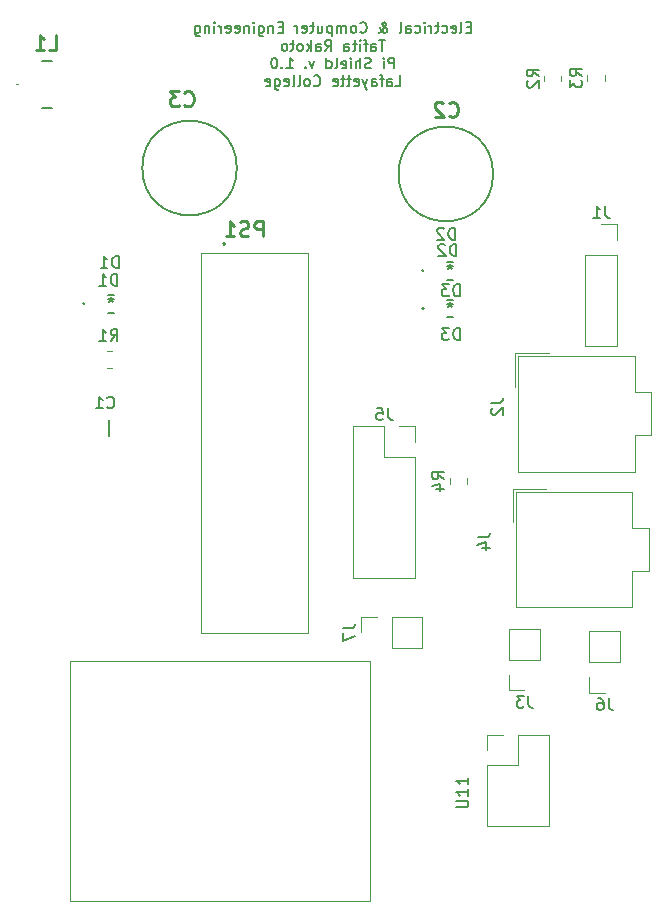
<source format=gbr>
%TF.GenerationSoftware,KiCad,Pcbnew,(5.1.10)-1*%
%TF.CreationDate,2022-03-11T11:42:31-05:00*%
%TF.ProjectId,PiShield,50695368-6965-46c6-942e-6b696361645f,rev?*%
%TF.SameCoordinates,Original*%
%TF.FileFunction,Legend,Bot*%
%TF.FilePolarity,Positive*%
%FSLAX46Y46*%
G04 Gerber Fmt 4.6, Leading zero omitted, Abs format (unit mm)*
G04 Created by KiCad (PCBNEW (5.1.10)-1) date 2022-03-11 11:42:31*
%MOMM*%
%LPD*%
G01*
G04 APERTURE LIST*
%ADD10C,0.150000*%
%ADD11C,0.120000*%
%ADD12C,0.100000*%
%ADD13C,0.200000*%
%ADD14C,0.152400*%
%ADD15C,0.254000*%
G04 APERTURE END LIST*
D10*
X211978571Y-40485714D02*
X211678571Y-40485714D01*
X211550000Y-40957142D02*
X211978571Y-40957142D01*
X211978571Y-40057142D01*
X211550000Y-40057142D01*
X211035714Y-40957142D02*
X211121428Y-40914285D01*
X211164285Y-40828571D01*
X211164285Y-40057142D01*
X210350000Y-40914285D02*
X210435714Y-40957142D01*
X210607142Y-40957142D01*
X210692857Y-40914285D01*
X210735714Y-40828571D01*
X210735714Y-40485714D01*
X210692857Y-40400000D01*
X210607142Y-40357142D01*
X210435714Y-40357142D01*
X210350000Y-40400000D01*
X210307142Y-40485714D01*
X210307142Y-40571428D01*
X210735714Y-40657142D01*
X209535714Y-40914285D02*
X209621428Y-40957142D01*
X209792857Y-40957142D01*
X209878571Y-40914285D01*
X209921428Y-40871428D01*
X209964285Y-40785714D01*
X209964285Y-40528571D01*
X209921428Y-40442857D01*
X209878571Y-40400000D01*
X209792857Y-40357142D01*
X209621428Y-40357142D01*
X209535714Y-40400000D01*
X209278571Y-40357142D02*
X208935714Y-40357142D01*
X209150000Y-40057142D02*
X209150000Y-40828571D01*
X209107142Y-40914285D01*
X209021428Y-40957142D01*
X208935714Y-40957142D01*
X208635714Y-40957142D02*
X208635714Y-40357142D01*
X208635714Y-40528571D02*
X208592857Y-40442857D01*
X208550000Y-40400000D01*
X208464285Y-40357142D01*
X208378571Y-40357142D01*
X208078571Y-40957142D02*
X208078571Y-40357142D01*
X208078571Y-40057142D02*
X208121428Y-40100000D01*
X208078571Y-40142857D01*
X208035714Y-40100000D01*
X208078571Y-40057142D01*
X208078571Y-40142857D01*
X207264285Y-40914285D02*
X207350000Y-40957142D01*
X207521428Y-40957142D01*
X207607142Y-40914285D01*
X207650000Y-40871428D01*
X207692857Y-40785714D01*
X207692857Y-40528571D01*
X207650000Y-40442857D01*
X207607142Y-40400000D01*
X207521428Y-40357142D01*
X207350000Y-40357142D01*
X207264285Y-40400000D01*
X206492857Y-40957142D02*
X206492857Y-40485714D01*
X206535714Y-40400000D01*
X206621428Y-40357142D01*
X206792857Y-40357142D01*
X206878571Y-40400000D01*
X206492857Y-40914285D02*
X206578571Y-40957142D01*
X206792857Y-40957142D01*
X206878571Y-40914285D01*
X206921428Y-40828571D01*
X206921428Y-40742857D01*
X206878571Y-40657142D01*
X206792857Y-40614285D01*
X206578571Y-40614285D01*
X206492857Y-40571428D01*
X205935714Y-40957142D02*
X206021428Y-40914285D01*
X206064285Y-40828571D01*
X206064285Y-40057142D01*
X204178571Y-40957142D02*
X204221428Y-40957142D01*
X204307142Y-40914285D01*
X204435714Y-40785714D01*
X204650000Y-40528571D01*
X204735714Y-40400000D01*
X204778571Y-40271428D01*
X204778571Y-40185714D01*
X204735714Y-40100000D01*
X204650000Y-40057142D01*
X204607142Y-40057142D01*
X204521428Y-40100000D01*
X204478571Y-40185714D01*
X204478571Y-40228571D01*
X204521428Y-40314285D01*
X204564285Y-40357142D01*
X204821428Y-40528571D01*
X204864285Y-40571428D01*
X204907142Y-40657142D01*
X204907142Y-40785714D01*
X204864285Y-40871428D01*
X204821428Y-40914285D01*
X204735714Y-40957142D01*
X204607142Y-40957142D01*
X204521428Y-40914285D01*
X204478571Y-40871428D01*
X204350000Y-40700000D01*
X204307142Y-40571428D01*
X204307142Y-40485714D01*
X202592857Y-40871428D02*
X202635714Y-40914285D01*
X202764285Y-40957142D01*
X202850000Y-40957142D01*
X202978571Y-40914285D01*
X203064285Y-40828571D01*
X203107142Y-40742857D01*
X203150000Y-40571428D01*
X203150000Y-40442857D01*
X203107142Y-40271428D01*
X203064285Y-40185714D01*
X202978571Y-40100000D01*
X202850000Y-40057142D01*
X202764285Y-40057142D01*
X202635714Y-40100000D01*
X202592857Y-40142857D01*
X202078571Y-40957142D02*
X202164285Y-40914285D01*
X202207142Y-40871428D01*
X202250000Y-40785714D01*
X202250000Y-40528571D01*
X202207142Y-40442857D01*
X202164285Y-40400000D01*
X202078571Y-40357142D01*
X201950000Y-40357142D01*
X201864285Y-40400000D01*
X201821428Y-40442857D01*
X201778571Y-40528571D01*
X201778571Y-40785714D01*
X201821428Y-40871428D01*
X201864285Y-40914285D01*
X201950000Y-40957142D01*
X202078571Y-40957142D01*
X201392857Y-40957142D02*
X201392857Y-40357142D01*
X201392857Y-40442857D02*
X201350000Y-40400000D01*
X201264285Y-40357142D01*
X201135714Y-40357142D01*
X201050000Y-40400000D01*
X201007142Y-40485714D01*
X201007142Y-40957142D01*
X201007142Y-40485714D02*
X200964285Y-40400000D01*
X200878571Y-40357142D01*
X200750000Y-40357142D01*
X200664285Y-40400000D01*
X200621428Y-40485714D01*
X200621428Y-40957142D01*
X200192857Y-40357142D02*
X200192857Y-41257142D01*
X200192857Y-40400000D02*
X200107142Y-40357142D01*
X199935714Y-40357142D01*
X199850000Y-40400000D01*
X199807142Y-40442857D01*
X199764285Y-40528571D01*
X199764285Y-40785714D01*
X199807142Y-40871428D01*
X199850000Y-40914285D01*
X199935714Y-40957142D01*
X200107142Y-40957142D01*
X200192857Y-40914285D01*
X198992857Y-40357142D02*
X198992857Y-40957142D01*
X199378571Y-40357142D02*
X199378571Y-40828571D01*
X199335714Y-40914285D01*
X199250000Y-40957142D01*
X199121428Y-40957142D01*
X199035714Y-40914285D01*
X198992857Y-40871428D01*
X198692857Y-40357142D02*
X198350000Y-40357142D01*
X198564285Y-40057142D02*
X198564285Y-40828571D01*
X198521428Y-40914285D01*
X198435714Y-40957142D01*
X198350000Y-40957142D01*
X197707142Y-40914285D02*
X197792857Y-40957142D01*
X197964285Y-40957142D01*
X198050000Y-40914285D01*
X198092857Y-40828571D01*
X198092857Y-40485714D01*
X198050000Y-40400000D01*
X197964285Y-40357142D01*
X197792857Y-40357142D01*
X197707142Y-40400000D01*
X197664285Y-40485714D01*
X197664285Y-40571428D01*
X198092857Y-40657142D01*
X197278571Y-40957142D02*
X197278571Y-40357142D01*
X197278571Y-40528571D02*
X197235714Y-40442857D01*
X197192857Y-40400000D01*
X197107142Y-40357142D01*
X197021428Y-40357142D01*
X196035714Y-40485714D02*
X195735714Y-40485714D01*
X195607142Y-40957142D02*
X196035714Y-40957142D01*
X196035714Y-40057142D01*
X195607142Y-40057142D01*
X195221428Y-40357142D02*
X195221428Y-40957142D01*
X195221428Y-40442857D02*
X195178571Y-40400000D01*
X195092857Y-40357142D01*
X194964285Y-40357142D01*
X194878571Y-40400000D01*
X194835714Y-40485714D01*
X194835714Y-40957142D01*
X194021428Y-40357142D02*
X194021428Y-41085714D01*
X194064285Y-41171428D01*
X194107142Y-41214285D01*
X194192857Y-41257142D01*
X194321428Y-41257142D01*
X194407142Y-41214285D01*
X194021428Y-40914285D02*
X194107142Y-40957142D01*
X194278571Y-40957142D01*
X194364285Y-40914285D01*
X194407142Y-40871428D01*
X194450000Y-40785714D01*
X194450000Y-40528571D01*
X194407142Y-40442857D01*
X194364285Y-40400000D01*
X194278571Y-40357142D01*
X194107142Y-40357142D01*
X194021428Y-40400000D01*
X193592857Y-40957142D02*
X193592857Y-40357142D01*
X193592857Y-40057142D02*
X193635714Y-40100000D01*
X193592857Y-40142857D01*
X193550000Y-40100000D01*
X193592857Y-40057142D01*
X193592857Y-40142857D01*
X193164285Y-40357142D02*
X193164285Y-40957142D01*
X193164285Y-40442857D02*
X193121428Y-40400000D01*
X193035714Y-40357142D01*
X192907142Y-40357142D01*
X192821428Y-40400000D01*
X192778571Y-40485714D01*
X192778571Y-40957142D01*
X192007142Y-40914285D02*
X192092857Y-40957142D01*
X192264285Y-40957142D01*
X192350000Y-40914285D01*
X192392857Y-40828571D01*
X192392857Y-40485714D01*
X192350000Y-40400000D01*
X192264285Y-40357142D01*
X192092857Y-40357142D01*
X192007142Y-40400000D01*
X191964285Y-40485714D01*
X191964285Y-40571428D01*
X192392857Y-40657142D01*
X191235714Y-40914285D02*
X191321428Y-40957142D01*
X191492857Y-40957142D01*
X191578571Y-40914285D01*
X191621428Y-40828571D01*
X191621428Y-40485714D01*
X191578571Y-40400000D01*
X191492857Y-40357142D01*
X191321428Y-40357142D01*
X191235714Y-40400000D01*
X191192857Y-40485714D01*
X191192857Y-40571428D01*
X191621428Y-40657142D01*
X190807142Y-40957142D02*
X190807142Y-40357142D01*
X190807142Y-40528571D02*
X190764285Y-40442857D01*
X190721428Y-40400000D01*
X190635714Y-40357142D01*
X190550000Y-40357142D01*
X190250000Y-40957142D02*
X190250000Y-40357142D01*
X190250000Y-40057142D02*
X190292857Y-40100000D01*
X190250000Y-40142857D01*
X190207142Y-40100000D01*
X190250000Y-40057142D01*
X190250000Y-40142857D01*
X189821428Y-40357142D02*
X189821428Y-40957142D01*
X189821428Y-40442857D02*
X189778571Y-40400000D01*
X189692857Y-40357142D01*
X189564285Y-40357142D01*
X189478571Y-40400000D01*
X189435714Y-40485714D01*
X189435714Y-40957142D01*
X188621428Y-40357142D02*
X188621428Y-41085714D01*
X188664285Y-41171428D01*
X188707142Y-41214285D01*
X188792857Y-41257142D01*
X188921428Y-41257142D01*
X189007142Y-41214285D01*
X188621428Y-40914285D02*
X188707142Y-40957142D01*
X188878571Y-40957142D01*
X188964285Y-40914285D01*
X189007142Y-40871428D01*
X189050000Y-40785714D01*
X189050000Y-40528571D01*
X189007142Y-40442857D01*
X188964285Y-40400000D01*
X188878571Y-40357142D01*
X188707142Y-40357142D01*
X188621428Y-40400000D01*
X204735714Y-41557142D02*
X204221428Y-41557142D01*
X204478571Y-42457142D02*
X204478571Y-41557142D01*
X203535714Y-42457142D02*
X203535714Y-41985714D01*
X203578571Y-41900000D01*
X203664285Y-41857142D01*
X203835714Y-41857142D01*
X203921428Y-41900000D01*
X203535714Y-42414285D02*
X203621428Y-42457142D01*
X203835714Y-42457142D01*
X203921428Y-42414285D01*
X203964285Y-42328571D01*
X203964285Y-42242857D01*
X203921428Y-42157142D01*
X203835714Y-42114285D01*
X203621428Y-42114285D01*
X203535714Y-42071428D01*
X203235714Y-41857142D02*
X202892857Y-41857142D01*
X203107142Y-42457142D02*
X203107142Y-41685714D01*
X203064285Y-41600000D01*
X202978571Y-41557142D01*
X202892857Y-41557142D01*
X202592857Y-42457142D02*
X202592857Y-41857142D01*
X202592857Y-41557142D02*
X202635714Y-41600000D01*
X202592857Y-41642857D01*
X202550000Y-41600000D01*
X202592857Y-41557142D01*
X202592857Y-41642857D01*
X202292857Y-41857142D02*
X201950000Y-41857142D01*
X202164285Y-41557142D02*
X202164285Y-42328571D01*
X202121428Y-42414285D01*
X202035714Y-42457142D01*
X201950000Y-42457142D01*
X201264285Y-42457142D02*
X201264285Y-41985714D01*
X201307142Y-41900000D01*
X201392857Y-41857142D01*
X201564285Y-41857142D01*
X201650000Y-41900000D01*
X201264285Y-42414285D02*
X201350000Y-42457142D01*
X201564285Y-42457142D01*
X201650000Y-42414285D01*
X201692857Y-42328571D01*
X201692857Y-42242857D01*
X201650000Y-42157142D01*
X201564285Y-42114285D01*
X201350000Y-42114285D01*
X201264285Y-42071428D01*
X199635714Y-42457142D02*
X199935714Y-42028571D01*
X200150000Y-42457142D02*
X200150000Y-41557142D01*
X199807142Y-41557142D01*
X199721428Y-41600000D01*
X199678571Y-41642857D01*
X199635714Y-41728571D01*
X199635714Y-41857142D01*
X199678571Y-41942857D01*
X199721428Y-41985714D01*
X199807142Y-42028571D01*
X200150000Y-42028571D01*
X198864285Y-42457142D02*
X198864285Y-41985714D01*
X198907142Y-41900000D01*
X198992857Y-41857142D01*
X199164285Y-41857142D01*
X199250000Y-41900000D01*
X198864285Y-42414285D02*
X198950000Y-42457142D01*
X199164285Y-42457142D01*
X199250000Y-42414285D01*
X199292857Y-42328571D01*
X199292857Y-42242857D01*
X199250000Y-42157142D01*
X199164285Y-42114285D01*
X198950000Y-42114285D01*
X198864285Y-42071428D01*
X198435714Y-42457142D02*
X198435714Y-41557142D01*
X198350000Y-42114285D02*
X198092857Y-42457142D01*
X198092857Y-41857142D02*
X198435714Y-42200000D01*
X197578571Y-42457142D02*
X197664285Y-42414285D01*
X197707142Y-42371428D01*
X197750000Y-42285714D01*
X197750000Y-42028571D01*
X197707142Y-41942857D01*
X197664285Y-41900000D01*
X197578571Y-41857142D01*
X197450000Y-41857142D01*
X197364285Y-41900000D01*
X197321428Y-41942857D01*
X197278571Y-42028571D01*
X197278571Y-42285714D01*
X197321428Y-42371428D01*
X197364285Y-42414285D01*
X197450000Y-42457142D01*
X197578571Y-42457142D01*
X197021428Y-41857142D02*
X196678571Y-41857142D01*
X196892857Y-41557142D02*
X196892857Y-42328571D01*
X196850000Y-42414285D01*
X196764285Y-42457142D01*
X196678571Y-42457142D01*
X196250000Y-42457142D02*
X196335714Y-42414285D01*
X196378571Y-42371428D01*
X196421428Y-42285714D01*
X196421428Y-42028571D01*
X196378571Y-41942857D01*
X196335714Y-41900000D01*
X196250000Y-41857142D01*
X196121428Y-41857142D01*
X196035714Y-41900000D01*
X195992857Y-41942857D01*
X195950000Y-42028571D01*
X195950000Y-42285714D01*
X195992857Y-42371428D01*
X196035714Y-42414285D01*
X196121428Y-42457142D01*
X196250000Y-42457142D01*
X205485714Y-43957142D02*
X205485714Y-43057142D01*
X205142857Y-43057142D01*
X205057142Y-43100000D01*
X205014285Y-43142857D01*
X204971428Y-43228571D01*
X204971428Y-43357142D01*
X205014285Y-43442857D01*
X205057142Y-43485714D01*
X205142857Y-43528571D01*
X205485714Y-43528571D01*
X204585714Y-43957142D02*
X204585714Y-43357142D01*
X204585714Y-43057142D02*
X204628571Y-43100000D01*
X204585714Y-43142857D01*
X204542857Y-43100000D01*
X204585714Y-43057142D01*
X204585714Y-43142857D01*
X203514285Y-43914285D02*
X203385714Y-43957142D01*
X203171428Y-43957142D01*
X203085714Y-43914285D01*
X203042857Y-43871428D01*
X203000000Y-43785714D01*
X203000000Y-43700000D01*
X203042857Y-43614285D01*
X203085714Y-43571428D01*
X203171428Y-43528571D01*
X203342857Y-43485714D01*
X203428571Y-43442857D01*
X203471428Y-43400000D01*
X203514285Y-43314285D01*
X203514285Y-43228571D01*
X203471428Y-43142857D01*
X203428571Y-43100000D01*
X203342857Y-43057142D01*
X203128571Y-43057142D01*
X203000000Y-43100000D01*
X202614285Y-43957142D02*
X202614285Y-43057142D01*
X202228571Y-43957142D02*
X202228571Y-43485714D01*
X202271428Y-43400000D01*
X202357142Y-43357142D01*
X202485714Y-43357142D01*
X202571428Y-43400000D01*
X202614285Y-43442857D01*
X201800000Y-43957142D02*
X201800000Y-43357142D01*
X201800000Y-43057142D02*
X201842857Y-43100000D01*
X201800000Y-43142857D01*
X201757142Y-43100000D01*
X201800000Y-43057142D01*
X201800000Y-43142857D01*
X201028571Y-43914285D02*
X201114285Y-43957142D01*
X201285714Y-43957142D01*
X201371428Y-43914285D01*
X201414285Y-43828571D01*
X201414285Y-43485714D01*
X201371428Y-43400000D01*
X201285714Y-43357142D01*
X201114285Y-43357142D01*
X201028571Y-43400000D01*
X200985714Y-43485714D01*
X200985714Y-43571428D01*
X201414285Y-43657142D01*
X200471428Y-43957142D02*
X200557142Y-43914285D01*
X200600000Y-43828571D01*
X200600000Y-43057142D01*
X199742857Y-43957142D02*
X199742857Y-43057142D01*
X199742857Y-43914285D02*
X199828571Y-43957142D01*
X200000000Y-43957142D01*
X200085714Y-43914285D01*
X200128571Y-43871428D01*
X200171428Y-43785714D01*
X200171428Y-43528571D01*
X200128571Y-43442857D01*
X200085714Y-43400000D01*
X200000000Y-43357142D01*
X199828571Y-43357142D01*
X199742857Y-43400000D01*
X198714285Y-43357142D02*
X198500000Y-43957142D01*
X198285714Y-43357142D01*
X197942857Y-43871428D02*
X197900000Y-43914285D01*
X197942857Y-43957142D01*
X197985714Y-43914285D01*
X197942857Y-43871428D01*
X197942857Y-43957142D01*
X196357142Y-43957142D02*
X196871428Y-43957142D01*
X196614285Y-43957142D02*
X196614285Y-43057142D01*
X196700000Y-43185714D01*
X196785714Y-43271428D01*
X196871428Y-43314285D01*
X195971428Y-43871428D02*
X195928571Y-43914285D01*
X195971428Y-43957142D01*
X196014285Y-43914285D01*
X195971428Y-43871428D01*
X195971428Y-43957142D01*
X195371428Y-43057142D02*
X195285714Y-43057142D01*
X195200000Y-43100000D01*
X195157142Y-43142857D01*
X195114285Y-43228571D01*
X195071428Y-43400000D01*
X195071428Y-43614285D01*
X195114285Y-43785714D01*
X195157142Y-43871428D01*
X195200000Y-43914285D01*
X195285714Y-43957142D01*
X195371428Y-43957142D01*
X195457142Y-43914285D01*
X195500000Y-43871428D01*
X195542857Y-43785714D01*
X195585714Y-43614285D01*
X195585714Y-43400000D01*
X195542857Y-43228571D01*
X195500000Y-43142857D01*
X195457142Y-43100000D01*
X195371428Y-43057142D01*
X205571428Y-45457142D02*
X206000000Y-45457142D01*
X206000000Y-44557142D01*
X204885714Y-45457142D02*
X204885714Y-44985714D01*
X204928571Y-44900000D01*
X205014285Y-44857142D01*
X205185714Y-44857142D01*
X205271428Y-44900000D01*
X204885714Y-45414285D02*
X204971428Y-45457142D01*
X205185714Y-45457142D01*
X205271428Y-45414285D01*
X205314285Y-45328571D01*
X205314285Y-45242857D01*
X205271428Y-45157142D01*
X205185714Y-45114285D01*
X204971428Y-45114285D01*
X204885714Y-45071428D01*
X204585714Y-44857142D02*
X204242857Y-44857142D01*
X204457142Y-45457142D02*
X204457142Y-44685714D01*
X204414285Y-44600000D01*
X204328571Y-44557142D01*
X204242857Y-44557142D01*
X203557142Y-45457142D02*
X203557142Y-44985714D01*
X203600000Y-44900000D01*
X203685714Y-44857142D01*
X203857142Y-44857142D01*
X203942857Y-44900000D01*
X203557142Y-45414285D02*
X203642857Y-45457142D01*
X203857142Y-45457142D01*
X203942857Y-45414285D01*
X203985714Y-45328571D01*
X203985714Y-45242857D01*
X203942857Y-45157142D01*
X203857142Y-45114285D01*
X203642857Y-45114285D01*
X203557142Y-45071428D01*
X203214285Y-44857142D02*
X203000000Y-45457142D01*
X202785714Y-44857142D02*
X203000000Y-45457142D01*
X203085714Y-45671428D01*
X203128571Y-45714285D01*
X203214285Y-45757142D01*
X202100000Y-45414285D02*
X202185714Y-45457142D01*
X202357142Y-45457142D01*
X202442857Y-45414285D01*
X202485714Y-45328571D01*
X202485714Y-44985714D01*
X202442857Y-44900000D01*
X202357142Y-44857142D01*
X202185714Y-44857142D01*
X202100000Y-44900000D01*
X202057142Y-44985714D01*
X202057142Y-45071428D01*
X202485714Y-45157142D01*
X201800000Y-44857142D02*
X201457142Y-44857142D01*
X201671428Y-44557142D02*
X201671428Y-45328571D01*
X201628571Y-45414285D01*
X201542857Y-45457142D01*
X201457142Y-45457142D01*
X201285714Y-44857142D02*
X200942857Y-44857142D01*
X201157142Y-44557142D02*
X201157142Y-45328571D01*
X201114285Y-45414285D01*
X201028571Y-45457142D01*
X200942857Y-45457142D01*
X200300000Y-45414285D02*
X200385714Y-45457142D01*
X200557142Y-45457142D01*
X200642857Y-45414285D01*
X200685714Y-45328571D01*
X200685714Y-44985714D01*
X200642857Y-44900000D01*
X200557142Y-44857142D01*
X200385714Y-44857142D01*
X200300000Y-44900000D01*
X200257142Y-44985714D01*
X200257142Y-45071428D01*
X200685714Y-45157142D01*
X198671428Y-45371428D02*
X198714285Y-45414285D01*
X198842857Y-45457142D01*
X198928571Y-45457142D01*
X199057142Y-45414285D01*
X199142857Y-45328571D01*
X199185714Y-45242857D01*
X199228571Y-45071428D01*
X199228571Y-44942857D01*
X199185714Y-44771428D01*
X199142857Y-44685714D01*
X199057142Y-44600000D01*
X198928571Y-44557142D01*
X198842857Y-44557142D01*
X198714285Y-44600000D01*
X198671428Y-44642857D01*
X198157142Y-45457142D02*
X198242857Y-45414285D01*
X198285714Y-45371428D01*
X198328571Y-45285714D01*
X198328571Y-45028571D01*
X198285714Y-44942857D01*
X198242857Y-44900000D01*
X198157142Y-44857142D01*
X198028571Y-44857142D01*
X197942857Y-44900000D01*
X197900000Y-44942857D01*
X197857142Y-45028571D01*
X197857142Y-45285714D01*
X197900000Y-45371428D01*
X197942857Y-45414285D01*
X198028571Y-45457142D01*
X198157142Y-45457142D01*
X197342857Y-45457142D02*
X197428571Y-45414285D01*
X197471428Y-45328571D01*
X197471428Y-44557142D01*
X196871428Y-45457142D02*
X196957142Y-45414285D01*
X197000000Y-45328571D01*
X197000000Y-44557142D01*
X196185714Y-45414285D02*
X196271428Y-45457142D01*
X196442857Y-45457142D01*
X196528571Y-45414285D01*
X196571428Y-45328571D01*
X196571428Y-44985714D01*
X196528571Y-44900000D01*
X196442857Y-44857142D01*
X196271428Y-44857142D01*
X196185714Y-44900000D01*
X196142857Y-44985714D01*
X196142857Y-45071428D01*
X196571428Y-45157142D01*
X195371428Y-44857142D02*
X195371428Y-45585714D01*
X195414285Y-45671428D01*
X195457142Y-45714285D01*
X195542857Y-45757142D01*
X195671428Y-45757142D01*
X195757142Y-45714285D01*
X195371428Y-45414285D02*
X195457142Y-45457142D01*
X195628571Y-45457142D01*
X195714285Y-45414285D01*
X195757142Y-45371428D01*
X195800000Y-45285714D01*
X195800000Y-45028571D01*
X195757142Y-44942857D01*
X195714285Y-44900000D01*
X195628571Y-44857142D01*
X195457142Y-44857142D01*
X195371428Y-44900000D01*
X194600000Y-45414285D02*
X194685714Y-45457142D01*
X194857142Y-45457142D01*
X194942857Y-45414285D01*
X194985714Y-45328571D01*
X194985714Y-44985714D01*
X194942857Y-44900000D01*
X194857142Y-44857142D01*
X194685714Y-44857142D01*
X194600000Y-44900000D01*
X194557142Y-44985714D01*
X194557142Y-45071428D01*
X194985714Y-45157142D01*
D11*
%TO.C,J1*%
X224330000Y-67450000D02*
X221670000Y-67450000D01*
X224330000Y-59770000D02*
X224330000Y-67450000D01*
X221670000Y-59770000D02*
X221670000Y-67450000D01*
X224330000Y-59770000D02*
X221670000Y-59770000D01*
X224330000Y-58500000D02*
X224330000Y-57170000D01*
X224330000Y-57170000D02*
X223000000Y-57170000D01*
%TO.C,J2*%
X215950000Y-73200000D02*
X215950000Y-68300000D01*
X215950000Y-68300000D02*
X225850000Y-68300000D01*
X225850000Y-68300000D02*
X225850000Y-71400000D01*
X225850000Y-71400000D02*
X227250000Y-71400000D01*
X227250000Y-71400000D02*
X227250000Y-73200000D01*
X215950000Y-73200000D02*
X215950000Y-78100000D01*
X215950000Y-78100000D02*
X225850000Y-78100000D01*
X225850000Y-78100000D02*
X225850000Y-75000000D01*
X225850000Y-75000000D02*
X227250000Y-75000000D01*
X227250000Y-75000000D02*
X227250000Y-73200000D01*
X215700000Y-70900000D02*
X215700000Y-68050000D01*
X215700000Y-68050000D02*
X218550000Y-68050000D01*
%TO.C,U10*%
X203470000Y-94160000D02*
X203470000Y-114480000D01*
X203470000Y-114480000D02*
X178070000Y-114480000D01*
X178070000Y-114480000D02*
X178070000Y-94160000D01*
X203470000Y-94160000D02*
X178070000Y-94160000D01*
%TO.C,U11*%
X214700000Y-100370000D02*
X213370000Y-100370000D01*
X213370000Y-100370000D02*
X213370000Y-101700000D01*
X215970000Y-100370000D02*
X215970000Y-102970000D01*
X215970000Y-102970000D02*
X213370000Y-102970000D01*
X213370000Y-102970000D02*
X213370000Y-108110000D01*
X218570000Y-108110000D02*
X213370000Y-108110000D01*
X218570000Y-100370000D02*
X218570000Y-108110000D01*
X218570000Y-100370000D02*
X215970000Y-100370000D01*
%TO.C,R4*%
X210165000Y-78672936D02*
X210165000Y-79127064D01*
X211635000Y-78672936D02*
X211635000Y-79127064D01*
%TO.C,J7*%
X202670000Y-90370000D02*
X202670000Y-91700000D01*
X204000000Y-90370000D02*
X202670000Y-90370000D01*
X205270000Y-90370000D02*
X205270000Y-93030000D01*
X205270000Y-93030000D02*
X207870000Y-93030000D01*
X205270000Y-90370000D02*
X207870000Y-90370000D01*
X207870000Y-90370000D02*
X207870000Y-93030000D01*
%TO.C,R3*%
X221818430Y-44538546D02*
X221818430Y-44992674D01*
X223288430Y-44538546D02*
X223288430Y-44992674D01*
%TO.C,R2*%
X218165000Y-44572936D02*
X218165000Y-45027064D01*
X219635000Y-44572936D02*
X219635000Y-45027064D01*
%TO.C,R1*%
X181172936Y-69335000D02*
X181627064Y-69335000D01*
X181172936Y-67865000D02*
X181627064Y-67865000D01*
D12*
%TO.C,PS1*%
X198170000Y-59595000D02*
X198170000Y-91745000D01*
X198170000Y-91745000D02*
X189120000Y-91745000D01*
X189120000Y-91745000D02*
X189120000Y-59595000D01*
X189120000Y-59595000D02*
X198170000Y-59595000D01*
D13*
X191100000Y-58700000D02*
X191100000Y-58700000D01*
X191100000Y-58900000D02*
X191100000Y-58900000D01*
X191100000Y-58700000D02*
G75*
G03*
X191100000Y-58900000I0J-100000D01*
G01*
X191100000Y-58900000D02*
G75*
G03*
X191100000Y-58700000I0J100000D01*
G01*
%TO.C,L1*%
X175700000Y-47300000D02*
X176500000Y-47300000D01*
X175700000Y-43300000D02*
X176500000Y-43300000D01*
D12*
X173500000Y-45300000D02*
X173500000Y-45300000D01*
X173600000Y-45300000D02*
X173600000Y-45300000D01*
X173500000Y-45300000D02*
G75*
G03*
X173600000Y-45300000I50000J0D01*
G01*
X173600000Y-45300000D02*
G75*
G03*
X173500000Y-45300000I-50000J0D01*
G01*
D11*
%TO.C,J6*%
X221970000Y-91630000D02*
X224630000Y-91630000D01*
X221970000Y-94230000D02*
X221970000Y-91630000D01*
X224630000Y-94230000D02*
X224630000Y-91630000D01*
X221970000Y-94230000D02*
X224630000Y-94230000D01*
X221970000Y-95500000D02*
X221970000Y-96830000D01*
X221970000Y-96830000D02*
X223300000Y-96830000D01*
%TO.C,J5*%
X207230000Y-87090000D02*
X202030000Y-87090000D01*
X207230000Y-76870000D02*
X207230000Y-87090000D01*
X202030000Y-74270000D02*
X202030000Y-87090000D01*
X207230000Y-76870000D02*
X204630000Y-76870000D01*
X204630000Y-76870000D02*
X204630000Y-74270000D01*
X204630000Y-74270000D02*
X202030000Y-74270000D01*
X207230000Y-75600000D02*
X207230000Y-74270000D01*
X207230000Y-74270000D02*
X205900000Y-74270000D01*
%TO.C,J4*%
X215750000Y-84700000D02*
X215750000Y-79800000D01*
X215750000Y-79800000D02*
X225650000Y-79800000D01*
X225650000Y-79800000D02*
X225650000Y-82900000D01*
X225650000Y-82900000D02*
X227050000Y-82900000D01*
X227050000Y-82900000D02*
X227050000Y-84700000D01*
X215750000Y-84700000D02*
X215750000Y-89600000D01*
X215750000Y-89600000D02*
X225650000Y-89600000D01*
X225650000Y-89600000D02*
X225650000Y-86500000D01*
X225650000Y-86500000D02*
X227050000Y-86500000D01*
X227050000Y-86500000D02*
X227050000Y-84700000D01*
X215500000Y-82400000D02*
X215500000Y-79550000D01*
X215500000Y-79550000D02*
X218350000Y-79550000D01*
%TO.C,J3*%
X215170000Y-91430000D02*
X217830000Y-91430000D01*
X215170000Y-94030000D02*
X215170000Y-91430000D01*
X217830000Y-94030000D02*
X217830000Y-91430000D01*
X215170000Y-94030000D02*
X217830000Y-94030000D01*
X215170000Y-95300000D02*
X215170000Y-96630000D01*
X215170000Y-96630000D02*
X216500000Y-96630000D01*
D14*
%TO.C,D3*%
X209910650Y-63550700D02*
X210489350Y-63550700D01*
X210489350Y-65049300D02*
X209910650Y-65049300D01*
X207977500Y-64300000D02*
G75*
G03*
X207977500Y-64300000I-76200J0D01*
G01*
%TO.C,D2*%
X209910650Y-60350700D02*
X210489350Y-60350700D01*
X210489350Y-61849300D02*
X209910650Y-61849300D01*
X207977500Y-61100000D02*
G75*
G03*
X207977500Y-61100000I-76200J0D01*
G01*
%TO.C,D1*%
X181210650Y-63150700D02*
X181789350Y-63150700D01*
X181789350Y-64649300D02*
X181210650Y-64649300D01*
X179277500Y-63900000D02*
G75*
G03*
X179277500Y-63900000I-76200J0D01*
G01*
D13*
%TO.C,C3*%
X192150000Y-52400000D02*
G75*
G03*
X192150000Y-52400000I-4000000J0D01*
G01*
%TO.C,C2*%
X213850000Y-52900000D02*
G75*
G03*
X213850000Y-52900000I-4000000J0D01*
G01*
%TO.C,C1*%
X181300000Y-75100000D02*
X181300000Y-73700000D01*
%TO.C,J1*%
D10*
X223333333Y-55622380D02*
X223333333Y-56336666D01*
X223380952Y-56479523D01*
X223476190Y-56574761D01*
X223619047Y-56622380D01*
X223714285Y-56622380D01*
X222333333Y-56622380D02*
X222904761Y-56622380D01*
X222619047Y-56622380D02*
X222619047Y-55622380D01*
X222714285Y-55765238D01*
X222809523Y-55860476D01*
X222904761Y-55908095D01*
%TO.C,J2*%
X213688380Y-72290666D02*
X214402666Y-72290666D01*
X214545523Y-72243047D01*
X214640761Y-72147809D01*
X214688380Y-72004952D01*
X214688380Y-71909714D01*
X213783619Y-72719238D02*
X213736000Y-72766857D01*
X213688380Y-72862095D01*
X213688380Y-73100190D01*
X213736000Y-73195428D01*
X213783619Y-73243047D01*
X213878857Y-73290666D01*
X213974095Y-73290666D01*
X214116952Y-73243047D01*
X214688380Y-72671619D01*
X214688380Y-73290666D01*
%TO.C,U11*%
X210752380Y-106538095D02*
X211561904Y-106538095D01*
X211657142Y-106490476D01*
X211704761Y-106442857D01*
X211752380Y-106347619D01*
X211752380Y-106157142D01*
X211704761Y-106061904D01*
X211657142Y-106014285D01*
X211561904Y-105966666D01*
X210752380Y-105966666D01*
X211752380Y-104966666D02*
X211752380Y-105538095D01*
X211752380Y-105252380D02*
X210752380Y-105252380D01*
X210895238Y-105347619D01*
X210990476Y-105442857D01*
X211038095Y-105538095D01*
X211752380Y-104014285D02*
X211752380Y-104585714D01*
X211752380Y-104300000D02*
X210752380Y-104300000D01*
X210895238Y-104395238D01*
X210990476Y-104490476D01*
X211038095Y-104585714D01*
%TO.C,R4*%
X209702380Y-78733333D02*
X209226190Y-78400000D01*
X209702380Y-78161904D02*
X208702380Y-78161904D01*
X208702380Y-78542857D01*
X208750000Y-78638095D01*
X208797619Y-78685714D01*
X208892857Y-78733333D01*
X209035714Y-78733333D01*
X209130952Y-78685714D01*
X209178571Y-78638095D01*
X209226190Y-78542857D01*
X209226190Y-78161904D01*
X209035714Y-79590476D02*
X209702380Y-79590476D01*
X208654761Y-79352380D02*
X209369047Y-79114285D01*
X209369047Y-79733333D01*
%TO.C,J7*%
X201122380Y-91366666D02*
X201836666Y-91366666D01*
X201979523Y-91319047D01*
X202074761Y-91223809D01*
X202122380Y-91080952D01*
X202122380Y-90985714D01*
X201122380Y-91747619D02*
X201122380Y-92414285D01*
X202122380Y-91985714D01*
%TO.C,R3*%
X221355810Y-44598943D02*
X220879620Y-44265610D01*
X221355810Y-44027514D02*
X220355810Y-44027514D01*
X220355810Y-44408467D01*
X220403430Y-44503705D01*
X220451049Y-44551324D01*
X220546287Y-44598943D01*
X220689144Y-44598943D01*
X220784382Y-44551324D01*
X220832001Y-44503705D01*
X220879620Y-44408467D01*
X220879620Y-44027514D01*
X220355810Y-44932276D02*
X220355810Y-45551324D01*
X220736763Y-45217990D01*
X220736763Y-45360848D01*
X220784382Y-45456086D01*
X220832001Y-45503705D01*
X220927239Y-45551324D01*
X221165334Y-45551324D01*
X221260572Y-45503705D01*
X221308191Y-45456086D01*
X221355810Y-45360848D01*
X221355810Y-45075133D01*
X221308191Y-44979895D01*
X221260572Y-44932276D01*
%TO.C,R2*%
X217702380Y-44633333D02*
X217226190Y-44300000D01*
X217702380Y-44061904D02*
X216702380Y-44061904D01*
X216702380Y-44442857D01*
X216750000Y-44538095D01*
X216797619Y-44585714D01*
X216892857Y-44633333D01*
X217035714Y-44633333D01*
X217130952Y-44585714D01*
X217178571Y-44538095D01*
X217226190Y-44442857D01*
X217226190Y-44061904D01*
X216797619Y-45014285D02*
X216750000Y-45061904D01*
X216702380Y-45157142D01*
X216702380Y-45395238D01*
X216750000Y-45490476D01*
X216797619Y-45538095D01*
X216892857Y-45585714D01*
X216988095Y-45585714D01*
X217130952Y-45538095D01*
X217702380Y-44966666D01*
X217702380Y-45585714D01*
%TO.C,R1*%
X181466666Y-67052380D02*
X181800000Y-66576190D01*
X182038095Y-67052380D02*
X182038095Y-66052380D01*
X181657142Y-66052380D01*
X181561904Y-66100000D01*
X181514285Y-66147619D01*
X181466666Y-66242857D01*
X181466666Y-66385714D01*
X181514285Y-66480952D01*
X181561904Y-66528571D01*
X181657142Y-66576190D01*
X182038095Y-66576190D01*
X180514285Y-67052380D02*
X181085714Y-67052380D01*
X180800000Y-67052380D02*
X180800000Y-66052380D01*
X180895238Y-66195238D01*
X180990476Y-66290476D01*
X181085714Y-66338095D01*
%TO.C,PS1*%
D15*
X194342142Y-58174523D02*
X194342142Y-56904523D01*
X193858333Y-56904523D01*
X193737380Y-56965000D01*
X193676904Y-57025476D01*
X193616428Y-57146428D01*
X193616428Y-57327857D01*
X193676904Y-57448809D01*
X193737380Y-57509285D01*
X193858333Y-57569761D01*
X194342142Y-57569761D01*
X193132619Y-58114047D02*
X192951190Y-58174523D01*
X192648809Y-58174523D01*
X192527857Y-58114047D01*
X192467380Y-58053571D01*
X192406904Y-57932619D01*
X192406904Y-57811666D01*
X192467380Y-57690714D01*
X192527857Y-57630238D01*
X192648809Y-57569761D01*
X192890714Y-57509285D01*
X193011666Y-57448809D01*
X193072142Y-57388333D01*
X193132619Y-57267380D01*
X193132619Y-57146428D01*
X193072142Y-57025476D01*
X193011666Y-56965000D01*
X192890714Y-56904523D01*
X192588333Y-56904523D01*
X192406904Y-56965000D01*
X191197380Y-58174523D02*
X191923095Y-58174523D01*
X191560238Y-58174523D02*
X191560238Y-56904523D01*
X191681190Y-57085952D01*
X191802142Y-57206904D01*
X191923095Y-57267380D01*
%TO.C,L1*%
X176211666Y-42374523D02*
X176816428Y-42374523D01*
X176816428Y-41104523D01*
X175123095Y-42374523D02*
X175848809Y-42374523D01*
X175485952Y-42374523D02*
X175485952Y-41104523D01*
X175606904Y-41285952D01*
X175727857Y-41406904D01*
X175848809Y-41467380D01*
%TO.C,J6*%
D10*
X223633333Y-97282380D02*
X223633333Y-97996666D01*
X223680952Y-98139523D01*
X223776190Y-98234761D01*
X223919047Y-98282380D01*
X224014285Y-98282380D01*
X222728571Y-97282380D02*
X222919047Y-97282380D01*
X223014285Y-97330000D01*
X223061904Y-97377619D01*
X223157142Y-97520476D01*
X223204761Y-97710952D01*
X223204761Y-98091904D01*
X223157142Y-98187142D01*
X223109523Y-98234761D01*
X223014285Y-98282380D01*
X222823809Y-98282380D01*
X222728571Y-98234761D01*
X222680952Y-98187142D01*
X222633333Y-98091904D01*
X222633333Y-97853809D01*
X222680952Y-97758571D01*
X222728571Y-97710952D01*
X222823809Y-97663333D01*
X223014285Y-97663333D01*
X223109523Y-97710952D01*
X223157142Y-97758571D01*
X223204761Y-97853809D01*
%TO.C,J5*%
X204963333Y-72722380D02*
X204963333Y-73436666D01*
X205010952Y-73579523D01*
X205106190Y-73674761D01*
X205249047Y-73722380D01*
X205344285Y-73722380D01*
X204010952Y-72722380D02*
X204487142Y-72722380D01*
X204534761Y-73198571D01*
X204487142Y-73150952D01*
X204391904Y-73103333D01*
X204153809Y-73103333D01*
X204058571Y-73150952D01*
X204010952Y-73198571D01*
X203963333Y-73293809D01*
X203963333Y-73531904D01*
X204010952Y-73627142D01*
X204058571Y-73674761D01*
X204153809Y-73722380D01*
X204391904Y-73722380D01*
X204487142Y-73674761D01*
X204534761Y-73627142D01*
%TO.C,J4*%
X212552380Y-83666666D02*
X213266666Y-83666666D01*
X213409523Y-83619047D01*
X213504761Y-83523809D01*
X213552380Y-83380952D01*
X213552380Y-83285714D01*
X212885714Y-84571428D02*
X213552380Y-84571428D01*
X212504761Y-84333333D02*
X213219047Y-84095238D01*
X213219047Y-84714285D01*
%TO.C,J3*%
X216833333Y-97082380D02*
X216833333Y-97796666D01*
X216880952Y-97939523D01*
X216976190Y-98034761D01*
X217119047Y-98082380D01*
X217214285Y-98082380D01*
X216452380Y-97082380D02*
X215833333Y-97082380D01*
X216166666Y-97463333D01*
X216023809Y-97463333D01*
X215928571Y-97510952D01*
X215880952Y-97558571D01*
X215833333Y-97653809D01*
X215833333Y-97891904D01*
X215880952Y-97987142D01*
X215928571Y-98034761D01*
X216023809Y-98082380D01*
X216309523Y-98082380D01*
X216404761Y-98034761D01*
X216452380Y-97987142D01*
%TO.C,D3*%
X211038095Y-63252380D02*
X211038095Y-62252380D01*
X210800000Y-62252380D01*
X210657142Y-62300000D01*
X210561904Y-62395238D01*
X210514285Y-62490476D01*
X210466666Y-62680952D01*
X210466666Y-62823809D01*
X210514285Y-63014285D01*
X210561904Y-63109523D01*
X210657142Y-63204761D01*
X210800000Y-63252380D01*
X211038095Y-63252380D01*
X210133333Y-62252380D02*
X209514285Y-62252380D01*
X209847619Y-62633333D01*
X209704761Y-62633333D01*
X209609523Y-62680952D01*
X209561904Y-62728571D01*
X209514285Y-62823809D01*
X209514285Y-63061904D01*
X209561904Y-63157142D01*
X209609523Y-63204761D01*
X209704761Y-63252380D01*
X209990476Y-63252380D01*
X210085714Y-63204761D01*
X210133333Y-63157142D01*
X211038095Y-66952380D02*
X211038095Y-65952380D01*
X210800000Y-65952380D01*
X210657142Y-66000000D01*
X210561904Y-66095238D01*
X210514285Y-66190476D01*
X210466666Y-66380952D01*
X210466666Y-66523809D01*
X210514285Y-66714285D01*
X210561904Y-66809523D01*
X210657142Y-66904761D01*
X210800000Y-66952380D01*
X211038095Y-66952380D01*
X210133333Y-65952380D02*
X209514285Y-65952380D01*
X209847619Y-66333333D01*
X209704761Y-66333333D01*
X209609523Y-66380952D01*
X209561904Y-66428571D01*
X209514285Y-66523809D01*
X209514285Y-66761904D01*
X209561904Y-66857142D01*
X209609523Y-66904761D01*
X209704761Y-66952380D01*
X209990476Y-66952380D01*
X210085714Y-66904761D01*
X210133333Y-66857142D01*
X210200000Y-63752380D02*
X210200000Y-63990476D01*
X210438095Y-63895238D02*
X210200000Y-63990476D01*
X209961904Y-63895238D01*
X210342857Y-64180952D02*
X210200000Y-63990476D01*
X210057142Y-64180952D01*
%TO.C,D2*%
X210738095Y-59852380D02*
X210738095Y-58852380D01*
X210500000Y-58852380D01*
X210357142Y-58900000D01*
X210261904Y-58995238D01*
X210214285Y-59090476D01*
X210166666Y-59280952D01*
X210166666Y-59423809D01*
X210214285Y-59614285D01*
X210261904Y-59709523D01*
X210357142Y-59804761D01*
X210500000Y-59852380D01*
X210738095Y-59852380D01*
X209785714Y-58947619D02*
X209738095Y-58900000D01*
X209642857Y-58852380D01*
X209404761Y-58852380D01*
X209309523Y-58900000D01*
X209261904Y-58947619D01*
X209214285Y-59042857D01*
X209214285Y-59138095D01*
X209261904Y-59280952D01*
X209833333Y-59852380D01*
X209214285Y-59852380D01*
X210638095Y-58452380D02*
X210638095Y-57452380D01*
X210400000Y-57452380D01*
X210257142Y-57500000D01*
X210161904Y-57595238D01*
X210114285Y-57690476D01*
X210066666Y-57880952D01*
X210066666Y-58023809D01*
X210114285Y-58214285D01*
X210161904Y-58309523D01*
X210257142Y-58404761D01*
X210400000Y-58452380D01*
X210638095Y-58452380D01*
X209685714Y-57547619D02*
X209638095Y-57500000D01*
X209542857Y-57452380D01*
X209304761Y-57452380D01*
X209209523Y-57500000D01*
X209161904Y-57547619D01*
X209114285Y-57642857D01*
X209114285Y-57738095D01*
X209161904Y-57880952D01*
X209733333Y-58452380D01*
X209114285Y-58452380D01*
X210200000Y-60552380D02*
X210200000Y-60790476D01*
X210438095Y-60695238D02*
X210200000Y-60790476D01*
X209961904Y-60695238D01*
X210342857Y-60980952D02*
X210200000Y-60790476D01*
X210057142Y-60980952D01*
%TO.C,D1*%
X182038095Y-62352380D02*
X182038095Y-61352380D01*
X181800000Y-61352380D01*
X181657142Y-61400000D01*
X181561904Y-61495238D01*
X181514285Y-61590476D01*
X181466666Y-61780952D01*
X181466666Y-61923809D01*
X181514285Y-62114285D01*
X181561904Y-62209523D01*
X181657142Y-62304761D01*
X181800000Y-62352380D01*
X182038095Y-62352380D01*
X180514285Y-62352380D02*
X181085714Y-62352380D01*
X180800000Y-62352380D02*
X180800000Y-61352380D01*
X180895238Y-61495238D01*
X180990476Y-61590476D01*
X181085714Y-61638095D01*
X182138095Y-60852380D02*
X182138095Y-59852380D01*
X181900000Y-59852380D01*
X181757142Y-59900000D01*
X181661904Y-59995238D01*
X181614285Y-60090476D01*
X181566666Y-60280952D01*
X181566666Y-60423809D01*
X181614285Y-60614285D01*
X181661904Y-60709523D01*
X181757142Y-60804761D01*
X181900000Y-60852380D01*
X182138095Y-60852380D01*
X180614285Y-60852380D02*
X181185714Y-60852380D01*
X180900000Y-60852380D02*
X180900000Y-59852380D01*
X180995238Y-59995238D01*
X181090476Y-60090476D01*
X181185714Y-60138095D01*
X181500000Y-63352380D02*
X181500000Y-63590476D01*
X181738095Y-63495238D02*
X181500000Y-63590476D01*
X181261904Y-63495238D01*
X181642857Y-63780952D02*
X181500000Y-63590476D01*
X181357142Y-63780952D01*
%TO.C,C3*%
D15*
X187711666Y-47053571D02*
X187772142Y-47114047D01*
X187953571Y-47174523D01*
X188074523Y-47174523D01*
X188255952Y-47114047D01*
X188376904Y-46993095D01*
X188437380Y-46872142D01*
X188497857Y-46630238D01*
X188497857Y-46448809D01*
X188437380Y-46206904D01*
X188376904Y-46085952D01*
X188255952Y-45965000D01*
X188074523Y-45904523D01*
X187953571Y-45904523D01*
X187772142Y-45965000D01*
X187711666Y-46025476D01*
X187288333Y-45904523D02*
X186502142Y-45904523D01*
X186925476Y-46388333D01*
X186744047Y-46388333D01*
X186623095Y-46448809D01*
X186562619Y-46509285D01*
X186502142Y-46630238D01*
X186502142Y-46932619D01*
X186562619Y-47053571D01*
X186623095Y-47114047D01*
X186744047Y-47174523D01*
X187106904Y-47174523D01*
X187227857Y-47114047D01*
X187288333Y-47053571D01*
%TO.C,C2*%
X210111666Y-47953571D02*
X210172142Y-48014047D01*
X210353571Y-48074523D01*
X210474523Y-48074523D01*
X210655952Y-48014047D01*
X210776904Y-47893095D01*
X210837380Y-47772142D01*
X210897857Y-47530238D01*
X210897857Y-47348809D01*
X210837380Y-47106904D01*
X210776904Y-46985952D01*
X210655952Y-46865000D01*
X210474523Y-46804523D01*
X210353571Y-46804523D01*
X210172142Y-46865000D01*
X210111666Y-46925476D01*
X209627857Y-46925476D02*
X209567380Y-46865000D01*
X209446428Y-46804523D01*
X209144047Y-46804523D01*
X209023095Y-46865000D01*
X208962619Y-46925476D01*
X208902142Y-47046428D01*
X208902142Y-47167380D01*
X208962619Y-47348809D01*
X209688333Y-48074523D01*
X208902142Y-48074523D01*
%TO.C,C1*%
D10*
X181166666Y-72657142D02*
X181214285Y-72704761D01*
X181357142Y-72752380D01*
X181452380Y-72752380D01*
X181595238Y-72704761D01*
X181690476Y-72609523D01*
X181738095Y-72514285D01*
X181785714Y-72323809D01*
X181785714Y-72180952D01*
X181738095Y-71990476D01*
X181690476Y-71895238D01*
X181595238Y-71800000D01*
X181452380Y-71752380D01*
X181357142Y-71752380D01*
X181214285Y-71800000D01*
X181166666Y-71847619D01*
X180214285Y-72752380D02*
X180785714Y-72752380D01*
X180500000Y-72752380D02*
X180500000Y-71752380D01*
X180595238Y-71895238D01*
X180690476Y-71990476D01*
X180785714Y-72038095D01*
%TD*%
M02*

</source>
